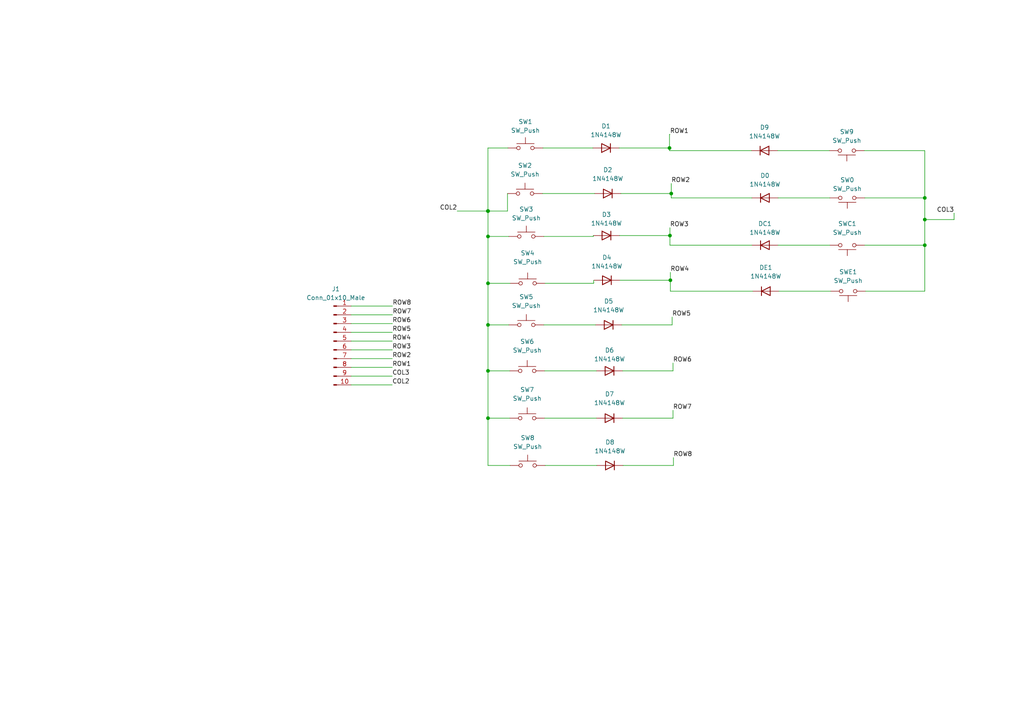
<source format=kicad_sch>
(kicad_sch (version 20211123) (generator eeschema)
  (paper "A4")
  (lib_symbols
    (symbol "Connector:Conn_01x10_Male" (pin_names (offset 1.016) hide)
      (property "Reference" "J" (at 0 12.7 0))
      (property "Value" "Conn_01x10_Male" (at 0 -15.24 0))
      (symbol "Conn_01x10_Male_1_1"
        (polyline (pts (xy 1.27 -12.7) (xy 0.8636 -12.7)) (stroke (width 0.1524)))
        (polyline (pts (xy 1.27 -10.16) (xy 0.8636 -10.16)) (stroke (width 0.1524)))
        (polyline (pts (xy 1.27 -7.62) (xy 0.8636 -7.62)) (stroke (width 0.1524)))
        (polyline (pts (xy 1.27 -5.08) (xy 0.8636 -5.08)) (stroke (width 0.1524)))
        (polyline (pts (xy 1.27 -2.54) (xy 0.8636 -2.54)) (stroke (width 0.1524)))
        (polyline (pts (xy 1.27 0) (xy 0.8636 0)) (stroke (width 0.1524)))
        (polyline (pts (xy 1.27 2.54) (xy 0.8636 2.54)) (stroke (width 0.1524)))
        (polyline (pts (xy 1.27 5.08) (xy 0.8636 5.08)) (stroke (width 0.1524)))
        (polyline (pts (xy 1.27 7.62) (xy 0.8636 7.62)) (stroke (width 0.1524)))
        (polyline (pts (xy 1.27 10.16) (xy 0.8636 10.16)) (stroke (width 0.1524)))
        (rectangle (start 0.8636 -12.573) (end 0 -12.827) (stroke (width 0.1524)) (fill (type outline)))
        (rectangle (start 0.8636 -10.033) (end 0 -10.287) (stroke (width 0.1524)) (fill (type outline)))
        (rectangle (start 0.8636 -7.493) (end 0 -7.747) (stroke (width 0.1524)) (fill (type outline)))
        (rectangle (start 0.8636 -4.953) (end 0 -5.207) (stroke (width 0.1524)) (fill (type outline)))
        (rectangle (start 0.8636 -2.413) (end 0 -2.667) (stroke (width 0.1524)) (fill (type outline)))
        (rectangle (start 0.8636 0.127) (end 0 -0.127) (stroke (width 0.1524)) (fill (type outline)))
        (rectangle (start 0.8636 2.667) (end 0 2.413) (stroke (width 0.1524)) (fill (type outline)))
        (rectangle (start 0.8636 5.207) (end 0 4.953) (stroke (width 0.1524)) (fill (type outline)))
        (rectangle (start 0.8636 7.747) (end 0 7.493) (stroke (width 0.1524)) (fill (type outline)))
        (rectangle (start 0.8636 10.287) (end 0 10.033) (stroke (width 0.1524)) (fill (type outline)))
        (pin passive line (at 5.08 10.16 180) (length 3.81) (name "Pin_1") (number "1"))
        (pin passive line (at 5.08 -12.7 180) (length 3.81) (name "Pin_10") (number "10"))
        (pin passive line (at 5.08 7.62 180) (length 3.81) (name "Pin_2") (number "2"))
        (pin passive line (at 5.08 5.08 180) (length 3.81) (name "Pin_3") (number "3"))
        (pin passive line (at 5.08 2.54 180) (length 3.81) (name "Pin_4") (number "4"))
        (pin passive line (at 5.08 0 180) (length 3.81) (name "Pin_5") (number "5"))
        (pin passive line (at 5.08 -2.54 180) (length 3.81) (name "Pin_6") (number "6"))
        (pin passive line (at 5.08 -5.08 180) (length 3.81) (name "Pin_7") (number "7"))
        (pin passive line (at 5.08 -7.62 180) (length 3.81) (name "Pin_8") (number "8"))
        (pin passive line (at 5.08 -10.16 180) (length 3.81) (name "Pin_9") (number "9"))
      )
    )
    (symbol "Diode:1N4148W" (pin_numbers hide) (pin_names (offset 1.016) hide)
      (property "Reference" "D" (at 0 2.54 0))
      (property "Value" "1N4148W" (at 0 -2.54 0))
      (symbol "1N4148W_0_1"
        (polyline (pts (xy -1.27 1.27) (xy -1.27 -1.27)) (stroke (width 0.254)))
        (polyline (pts (xy 1.27 0) (xy -1.27 0)))
        (polyline (pts (xy 1.27 1.27) (xy 1.27 -1.27) (xy -1.27 0) (xy 1.27 1.27)) (stroke (width 0.254)))
      )
      (symbol "1N4148W_1_1"
        (pin passive line (at -3.81 0 0) (length 2.54) (name "K") (number "1"))
        (pin passive line (at 3.81 0 180) (length 2.54) (name "A") (number "2"))
      )
    )
    (symbol "Switch:SW_Push" (pin_numbers hide) (pin_names (offset 1.016) hide)
      (property "Reference" "SW" (at 1.27 2.54 0))
      (property "Value" "SW_Push" (at 0 -1.524 0))
      (symbol "SW_Push_0_1"
        (circle (center -2.032 0) (radius 0.508))
        (polyline (pts (xy 0 1.27) (xy 0 3.048)))
        (polyline (pts (xy 2.54 1.27) (xy -2.54 1.27)))
        (circle (center 2.032 0) (radius 0.508))
        (pin passive line (at -5.08 0 0) (length 2.54) (name "1") (number "1"))
        (pin passive line (at 5.08 0 180) (length 2.54) (name "2") (number "2"))
      )
    )
  )
  (junction (at 141.5384 121.285))
  (junction (at 194.437 81.28))
  (junction (at 194.691 56.134))
  (junction (at 268.224 57.404))
  (junction (at 141.5384 61.214))
  (junction (at 268.224 63.6862))
  (junction (at 141.5384 94.234))
  (junction (at 141.5235 61.214))
  (junction (at 141.5384 107.569))
  (junction (at 141.5384 82.169))
  (junction (at 141.5384 68.58))
  (junction (at 268.224 71.12))
  (junction (at 194.31 68.326))
  (junction (at 194.183 42.926))
  (wire (pts (xy 194.31 66.04) (xy 194.31 68.326)))
  (wire (pts (xy 250.825 71.12) (xy 268.224 71.12)))
  (wire (pts (xy 147.193 56.134) (xy 147.193 61.214)))
  (wire (pts (xy 180.594 121.285) (xy 195.199 121.285)))
  (wire (pts (xy 101.854 96.393) (xy 113.7882 96.393)))
  (wire (pts (xy 179.578 42.926) (xy 194.183 42.926)))
  (wire (pts (xy 218.313 84.455) (xy 194.437 84.455)))
  (wire (pts (xy 157.353 56.134) (xy 172.466 56.134)))
  (wire (pts (xy 218.059 71.12) (xy 194.31 71.12)))
  (wire (pts (xy 113.7882 93.8522) (xy 113.7882 93.853)))
  (wire (pts (xy 157.988 107.569) (xy 172.974 107.569)))
  (wire (pts (xy 194.437 84.455) (xy 194.437 81.28)))
  (wire (pts (xy 268.224 57.404) (xy 268.224 63.6862)))
  (wire (pts (xy 147.828 121.285) (xy 141.5384 121.285)))
  (wire (pts (xy 195.326 132.715) (xy 195.326 135.001)))
  (wire (pts (xy 194.691 57.404) (xy 194.691 56.134)))
  (wire (pts (xy 180.086 56.134) (xy 194.691 56.134)))
  (wire (pts (xy 195.199 105.283) (xy 195.199 107.569)))
  (wire (pts (xy 157.734 94.234) (xy 172.72 94.234)))
  (wire (pts (xy 194.945 91.948) (xy 194.945 94.234)))
  (wire (pts (xy 268.224 43.688) (xy 250.698 43.688)))
  (wire (pts (xy 147.955 135.001) (xy 141.5384 135.001)))
  (wire (pts (xy 158.115 82.169) (xy 172.212 82.169)))
  (wire (pts (xy 101.854 88.773) (xy 113.8448 88.773)))
  (wire (pts (xy 195.199 118.999) (xy 195.199 121.285)))
  (wire (pts (xy 141.5384 82.169) (xy 141.5384 68.58)))
  (wire (pts (xy 147.574 68.58) (xy 141.5384 68.58)))
  (wire (pts (xy 180.34 94.234) (xy 194.945 94.234)))
  (wire (pts (xy 194.183 38.989) (xy 194.31 38.989)))
  (wire (pts (xy 101.854 98.933) (xy 113.7663 98.933)))
  (wire (pts (xy 268.224 84.455) (xy 268.224 71.12)))
  (wire (pts (xy 194.183 38.989) (xy 194.183 42.926)))
  (wire (pts (xy 240.665 57.404) (xy 225.679 57.404)))
  (wire (pts (xy 147.193 61.214) (xy 141.5384 61.214)))
  (wire (pts (xy 194.31 71.12) (xy 194.31 68.326)))
  (wire (pts (xy 268.224 57.404) (xy 268.224 43.688)))
  (wire (pts (xy 113.7663 101.473) (xy 113.7663 101.4742)))
  (wire (pts (xy 141.5384 94.234) (xy 141.5384 82.169)))
  (wire (pts (xy 172.212 82.169) (xy 172.212 81.28)))
  (wire (pts (xy 179.832 81.28) (xy 194.437 81.28)))
  (wire (pts (xy 180.594 107.569) (xy 195.199 107.569)))
  (wire (pts (xy 101.854 104.013) (xy 113.7882 104.013)))
  (wire (pts (xy 251.079 84.455) (xy 268.224 84.455)))
  (wire (pts (xy 157.988 121.285) (xy 172.974 121.285)))
  (wire (pts (xy 157.48 42.926) (xy 171.958 42.926)))
  (wire (pts (xy 141.5235 42.926) (xy 147.32 42.926)))
  (wire (pts (xy 179.705 68.326) (xy 194.31 68.326)))
  (wire (pts (xy 147.574 94.234) (xy 141.5384 94.234)))
  (wire (pts (xy 101.854 111.633) (xy 113.7663 111.633)))
  (wire (pts (xy 172.085 68.58) (xy 172.085 68.326)))
  (wire (pts (xy 101.854 109.093) (xy 113.7663 109.093)))
  (wire (pts (xy 101.854 106.553) (xy 113.7882 106.553)))
  (wire (pts (xy 240.665 71.12) (xy 225.679 71.12)))
  (wire (pts (xy 101.854 93.853) (xy 113.7882 93.853)))
  (wire (pts (xy 194.437 78.994) (xy 194.437 81.28)))
  (wire (pts (xy 217.932 43.688) (xy 194.183 43.688)))
  (wire (pts (xy 240.919 84.455) (xy 225.933 84.455)))
  (wire (pts (xy 250.825 57.404) (xy 268.224 57.404)))
  (wire (pts (xy 101.854 101.473) (xy 113.7663 101.473)))
  (wire (pts (xy 180.721 135.001) (xy 195.326 135.001)))
  (wire (pts (xy 141.5384 107.569) (xy 141.5384 94.234)))
  (wire (pts (xy 147.828 107.569) (xy 141.5384 107.569)))
  (wire (pts (xy 132.588 61.214) (xy 141.5235 61.214)))
  (wire (pts (xy 141.5235 61.214) (xy 141.5235 42.926)))
  (wire (pts (xy 141.5384 61.214) (xy 141.5235 61.214)))
  (wire (pts (xy 147.955 82.169) (xy 141.5384 82.169)))
  (wire (pts (xy 218.059 57.404) (xy 194.691 57.404)))
  (wire (pts (xy 158.115 135.001) (xy 173.101 135.001)))
  (wire (pts (xy 194.691 53.213) (xy 194.691 56.134)))
  (wire (pts (xy 194.183 43.688) (xy 194.183 42.926)))
  (wire (pts (xy 268.224 63.6862) (xy 276.7218 63.6862)))
  (wire (pts (xy 157.734 68.58) (xy 172.085 68.58)))
  (wire (pts (xy 141.5384 135.001) (xy 141.5384 121.285)))
  (wire (pts (xy 276.7218 61.849) (xy 276.733 61.849)))
  (wire (pts (xy 276.7218 63.6862) (xy 276.7218 61.849)))
  (wire (pts (xy 268.224 63.6862) (xy 268.224 71.12)))
  (wire (pts (xy 141.5384 68.58) (xy 141.5384 61.214)))
  (wire (pts (xy 240.538 43.688) (xy 225.552 43.688)))
  (wire (pts (xy 141.5384 121.285) (xy 141.5384 107.569)))
  (wire (pts (xy 101.854 91.313) (xy 113.8448 91.313)))
  (label "COL2" (at 113.7663 111.633 0))
  (label "COL2" (at 132.588 61.214 180))
  (label "ROW1" (at 194.31 38.989 0))
  (label "ROW8" (at 113.8448 88.773 0))
  (label "ROW2" (at 113.7882 104.013 0))
  (label "COL3" (at 276.733 61.849 180))
  (label "ROW8" (at 195.326 132.715 0))
  (label "ROW6" (at 113.7882 93.8522 0))
  (label "ROW5" (at 113.7882 96.393 0))
  (label "ROW6" (at 195.199 105.283 0))
  (label "ROW3" (at 113.7663 101.4742 0))
  (label "COL3" (at 113.7663 109.093 0))
  (label "ROW2" (at 194.691 53.213 0))
  (label "ROW3" (at 194.31 66.04 0))
  (label "ROW7" (at 113.8448 91.313 0))
  (label "ROW4" (at 113.7663 98.933 0))
  (label "ROW7" (at 195.199 118.999 0))
  (label "ROW5" (at 194.945 91.948 0))
  (label "ROW4" (at 194.437 78.994 0))
  (label "ROW1" (at 113.7882 106.553 0))
  (symbol (lib_id "Diode:1N4148W") (at 176.53 94.234 180) (unit 1)
    (property "Reference" "D5" (at 176.53 87.376 0))
    (property "Value" "1N4148W" (at 176.53 89.916 0))
    (property "Footprint" "Diode_SMD:D_SOD-123" (effects hide))
    (property "Datasheet" "https://www.vishay.com/docs/85748/1n4148w.pdf" (effects hide))
  )
  (symbol (lib_id "Switch:SW_Push") (at 153.035 82.169 0) (unit 1)
    (property "Reference" "SW4" (at 153.035 73.406 0))
    (property "Value" "SW_Push" (at 153.035 75.946 0))
    (property "Footprint" "Switch_Keyboard_Cherry_MX:SW_Cherry_MX_PCB" (effects hide))
  )
  (symbol (lib_id "Connector:Conn_01x10_Male") (at 96.774 98.933 0) (unit 1)
    (property "Reference" "J1" (at 97.409 83.82 0))
    (property "Value" "Conn_01x10_Male" (at 97.409 86.36 0))
    (property "Footprint" "Connector_JST:JST_XH_B10B-XH-AM_1x10_P2.50mm_Vertical" (effects hide))
  )
  (symbol (lib_id "Diode:1N4148W") (at 221.869 71.12 0) (unit 1)
    (property "Reference" "DC1" (at 221.869 64.897 0))
    (property "Value" "1N4148W" (at 221.869 67.437 0))
    (property "Footprint" "Diode_SMD:D_SOD-123" (effects hide))
    (property "Datasheet" "https://www.vishay.com/docs/85748/1n4148w.pdf" (effects hide))
  )
  (symbol (lib_id "Diode:1N4148W") (at 221.869 57.404 0) (unit 1)
    (property "Reference" "D0" (at 221.869 50.927 0))
    (property "Value" "1N4148W" (at 221.869 53.467 0))
    (property "Footprint" "Diode_SMD:D_SOD-123" (effects hide))
    (property "Datasheet" "https://www.vishay.com/docs/85748/1n4148w.pdf" (effects hide))
  )
  (symbol (lib_id "Diode:1N4148W") (at 175.768 42.926 180) (unit 1)
    (property "Reference" "D1" (at 175.768 36.576 0))
    (property "Value" "1N4148W" (at 175.768 39.116 0))
    (property "Footprint" "Diode_SMD:D_SOD-123" (effects hide))
    (property "Datasheet" "https://www.vishay.com/docs/85748/1n4148w.pdf" (effects hide))
  )
  (symbol (lib_id "Switch:SW_Push") (at 153.035 135.001 0) (unit 1)
    (property "Reference" "SW8" (at 153.035 127 0))
    (property "Value" "SW_Push" (at 153.035 129.54 0))
    (property "Footprint" "Switch_Keyboard_Cherry_MX:SW_Cherry_MX_PCB" (effects hide))
  )
  (symbol (lib_id "Switch:SW_Push") (at 152.4 42.926 0) (unit 1)
    (property "Reference" "SW1" (at 152.4 35.306 0))
    (property "Value" "SW_Push" (at 152.4 37.846 0))
    (property "Footprint" "Switch_Keyboard_Cherry_MX:SW_Cherry_MX_PCB" (effects hide))
  )
  (symbol (lib_id "Diode:1N4148W") (at 176.784 121.285 180) (unit 1)
    (property "Reference" "D7" (at 176.784 114.3 0))
    (property "Value" "1N4148W" (at 176.784 116.84 0))
    (property "Footprint" "Diode_SMD:D_SOD-123" (effects hide))
    (property "Datasheet" "https://www.vishay.com/docs/85748/1n4148w.pdf" (effects hide))
  )
  (symbol (lib_id "Switch:SW_Push") (at 152.654 94.234 0) (unit 1)
    (property "Reference" "SW5" (at 152.654 86.106 0))
    (property "Value" "SW_Push" (at 152.654 88.646 0))
    (property "Footprint" "Switch_Keyboard_Cherry_MX:SW_Cherry_MX_PCB" (effects hide))
  )
  (symbol (lib_id "Switch:SW_Push") (at 245.745 71.12 180) (unit 1)
    (property "Reference" "SWC1" (at 245.745 64.897 0))
    (property "Value" "SW_Push" (at 245.745 67.437 0))
    (property "Footprint" "Switch_Keyboard_Cherry_MX:SW_Cherry_MX_PCB" (effects hide))
  )
  (symbol (lib_id "Switch:SW_Push") (at 152.654 68.58 0) (unit 1)
    (property "Reference" "SW3" (at 152.654 60.706 0))
    (property "Value" "SW_Push" (at 152.654 63.246 0))
    (property "Footprint" "Switch_Keyboard_Cherry_MX:SW_Cherry_MX_PCB" (effects hide))
  )
  (symbol (lib_id "Switch:SW_Push") (at 152.273 56.134 0) (unit 1)
    (property "Reference" "SW2" (at 152.273 48.006 0))
    (property "Value" "SW_Push" (at 152.273 50.546 0))
    (property "Footprint" "Switch_Keyboard_Cherry_MX:SW_Cherry_MX_PCB" (effects hide))
  )
  (symbol (lib_id "Switch:SW_Push") (at 245.618 43.688 180) (unit 1)
    (property "Reference" "SW9" (at 245.618 38.227 0))
    (property "Value" "SW_Push" (at 245.618 40.767 0))
    (property "Footprint" "Switch_Keyboard_Cherry_MX:SW_Cherry_MX_PCB" (effects hide))
  )
  (symbol (lib_id "Diode:1N4148W") (at 176.911 135.001 180) (unit 1)
    (property "Reference" "D8" (at 176.911 128.27 0))
    (property "Value" "1N4148W" (at 176.911 130.81 0))
    (property "Footprint" "Diode_SMD:D_SOD-123" (effects hide))
    (property "Datasheet" "https://www.vishay.com/docs/85748/1n4148w.pdf" (effects hide))
  )
  (symbol (lib_id "Diode:1N4148W") (at 176.784 107.569 180) (unit 1)
    (property "Reference" "D6" (at 176.784 101.6 0))
    (property "Value" "1N4148W" (at 176.784 104.14 0))
    (property "Footprint" "Diode_SMD:D_SOD-123" (effects hide))
    (property "Datasheet" "https://www.vishay.com/docs/85748/1n4148w.pdf" (effects hide))
  )
  (symbol (lib_id "Diode:1N4148W") (at 176.276 56.134 180) (unit 1)
    (property "Reference" "D2" (at 176.276 49.276 0))
    (property "Value" "1N4148W" (at 176.276 51.816 0))
    (property "Footprint" "Diode_SMD:D_SOD-123" (effects hide))
    (property "Datasheet" "https://www.vishay.com/docs/85748/1n4148w.pdf" (effects hide))
  )
  (symbol (lib_id "Diode:1N4148W") (at 175.895 68.326 0) (mirror y) (unit 1)
    (property "Reference" "D3" (at 175.895 62.23 0))
    (property "Value" "1N4148W" (at 175.895 64.77 0))
    (property "Footprint" "Diode_SMD:D_SOD-123" (effects hide))
    (property "Datasheet" "https://www.vishay.com/docs/85748/1n4148w.pdf" (effects hide))
  )
  (symbol (lib_id "Switch:SW_Push") (at 152.908 121.285 0) (unit 1)
    (property "Reference" "SW7" (at 152.908 113.03 0))
    (property "Value" "SW_Push" (at 152.908 115.57 0))
    (property "Footprint" "Switch_Keyboard_Cherry_MX:SW_Cherry_MX_PCB" (effects hide))
  )
  (symbol (lib_id "Switch:SW_Push") (at 245.999 84.455 180) (unit 1)
    (property "Reference" "SWE1" (at 245.999 78.867 0))
    (property "Value" "SW_Push" (at 245.999 81.407 0))
    (property "Footprint" "Switch_Keyboard_Cherry_MX:SW_Cherry_MX_PCB" (effects hide))
  )
  (symbol (lib_id "Switch:SW_Push") (at 152.908 107.569 0) (unit 1)
    (property "Reference" "SW6" (at 152.908 99.06 0))
    (property "Value" "SW_Push" (at 152.908 101.6 0))
    (property "Footprint" "Switch_Keyboard_Cherry_MX:SW_Cherry_MX_PCB" (effects hide))
  )
  (symbol (lib_id "Switch:SW_Push") (at 245.745 57.404 180) (unit 1)
    (property "Reference" "SW0" (at 245.745 52.197 0))
    (property "Value" "SW_Push" (at 245.745 54.737 0))
    (property "Footprint" "Switch_Keyboard_Cherry_MX:SW_Cherry_MX_PCB" (effects hide))
  )
  (symbol (lib_id "Diode:1N4148W") (at 222.123 84.455 0) (unit 1)
    (property "Reference" "DE1" (at 222.123 77.597 0))
    (property "Value" "1N4148W" (at 222.123 80.137 0))
    (property "Footprint" "Diode_SMD:D_SOD-123" (effects hide))
    (property "Datasheet" "https://www.vishay.com/docs/85748/1n4148w.pdf" (effects hide))
  )
  (symbol (lib_id "Diode:1N4148W") (at 221.742 43.688 0) (unit 1)
    (property "Reference" "D9" (at 221.742 36.957 0))
    (property "Value" "1N4148W" (at 221.742 39.497 0))
    (property "Footprint" "Diode_SMD:D_SOD-123" (effects hide))
    (property "Datasheet" "https://www.vishay.com/docs/85748/1n4148w.pdf" (effects hide))
  )
  (symbol (lib_id "Diode:1N4148W") (at 176.022 81.28 180) (unit 1)
    (property "Reference" "D4" (at 176.022 74.676 0))
    (property "Value" "1N4148W" (at 176.022 77.216 0))
    (property "Footprint" "Diode_SMD:D_SOD-123" (effects hide))
    (property "Datasheet" "https://www.vishay.com/docs/85748/1n4148w.pdf" (effects hide))
  )
)
</source>
